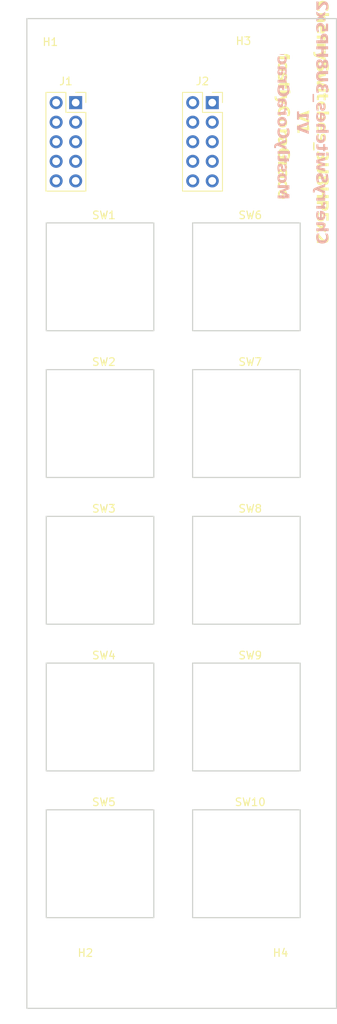
<source format=kicad_pcb>
(kicad_pcb (version 20240108) (generator "pcbnew") (generator_version "8.0")
  (layers (0 "F.Cu" signal) (31 "B.Cu" signal) (34 "B.Paste" user) (35 "F.Paste" user) (36 "B.SilkS" user "B.Silkscreen") (37 "F.SilkS" user "F.Silkscreen") (38 "B.Mask" user) (39 "F.Mask" user) (44 "Edge.Cuts" user))
  (net 0 "")
  (footprint "EXC:SW_Cherry_MX_1.00u_Mount" (layer "F.Cu") (at 9.52498 55)
    (property "Reference" "SW2" (at 0.5 -8 0) (layer "F.SilkS"))
    (property "Value" "SW_SPST")
    (fp_rect (start -7 -7) (end 7 7) (stroke (width 0.15)) (fill none) (layer "Edge.Cuts"))
  )
  (footprint "Connector_PinSocket_2.54mm:PinSocket_2x05_P2.54mm_Vertical" (layer "F.Cu") (at 24.13 13.335)
    (property "Reference" "J2" (at -1.27 -2.77 0) (layer "F.SilkS"))
    (property "Value" "Conn_02x05_Odd_Even")
    (fp_line (start -3.87 -1.33) (end -3.87 11.49) (stroke (width 0.12)) (layer "F.SilkS"))
    (fp_line (start -3.87 -1.33) (end -1.27 -1.33) (stroke (width 0.12)) (layer "F.SilkS"))
    (fp_line (start -3.87 11.49) (end 1.33 11.49) (stroke (width 0.12)) (layer "F.SilkS"))
    (fp_line (start -1.27 -1.33) (end -1.27 1.27) (stroke (width 0.12)) (layer "F.SilkS"))
    (fp_line (start -1.27 1.27) (end 1.33 1.27) (stroke (width 0.12)) (layer "F.SilkS"))
    (fp_line (start 0 -1.33) (end 1.33 -1.33) (stroke (width 0.12)) (layer "F.SilkS"))
    (fp_line (start 1.33 -1.33) (end 1.33 0) (stroke (width 0.12)) (layer "F.SilkS"))
    (fp_line (start 1.33 1.27) (end 1.33 11.49) (stroke (width 0.12)) (layer "F.SilkS"))
    (pad "1" thru_hole rect (at 0 0) (size 1.7 1.7) (drill 1) (layers "*.Cu" "*.Mask"))
    (pad "2" thru_hole oval (at -2.54 0) (size 1.7 1.7) (drill 1) (layers "*.Cu" "*.Mask"))
    (pad "3" thru_hole oval (at 0 2.54) (size 1.7 1.7) (drill 1) (layers "*.Cu" "*.Mask"))
    (pad "4" thru_hole oval (at -2.54 2.54) (size 1.7 1.7) (drill 1) (layers "*.Cu" "*.Mask"))
    (pad "5" thru_hole oval (at 0 5.08) (size 1.7 1.7) (drill 1) (layers "*.Cu" "*.Mask"))
    (pad "6" thru_hole oval (at -2.54 5.08) (size 1.7 1.7) (drill 1) (layers "*.Cu" "*.Mask"))
    (pad "7" thru_hole oval (at 0 7.62) (size 1.7 1.7) (drill 1) (layers "*.Cu" "*.Mask"))
    (pad "8" thru_hole oval (at -2.54 7.62) (size 1.7 1.7) (drill 1) (layers "*.Cu" "*.Mask"))
    (pad "9" thru_hole oval (at 0 10.16) (size 1.7 1.7) (drill 1) (layers "*.Cu" "*.Mask"))
    (pad "10" thru_hole oval (at -2.54 10.16) (size 1.7 1.7) (drill 1) (layers "*.Cu" "*.Mask"))
  )
  (footprint "EXC:SW_Cherry_MX_1.00u_Mount" (layer "F.Cu") (at 28.575 35.95)
    (property "Reference" "SW6" (at 0.5 -8 0) (layer "F.SilkS"))
    (property "Value" "SW_SPST")
    (fp_rect (start -7 -7) (end 7 7) (stroke (width 0.15)) (fill none) (layer "Edge.Cuts"))
  )
  (footprint "EXC:SW_Cherry_MX_1.00u_Mount" (layer "F.Cu") (at 28.575 112.15)
    (property "Reference" "SW10" (at 0.5 -8 0) (layer "F.SilkS"))
    (property "Value" "SW_SPST")
    (fp_rect (start -7 -7) (end 7 7) (stroke (width 0.15)) (fill none) (layer "Edge.Cuts"))
  )
  (footprint "EXC:SW_Cherry_MX_1.00u_Mount" (layer "F.Cu") (at 28.575 93.1)
    (property "Reference" "SW9" (at 0.5 -8 0) (layer "F.SilkS"))
    (property "Value" "SW_SPST")
    (fp_rect (start -7 -7) (end 7 7) (stroke (width 0.15)) (fill none) (layer "Edge.Cuts"))
  )
  (footprint "EXC:SW_Cherry_MX_1.00u_Mount" (layer "F.Cu") (at 9.52498 112.15)
    (property "Reference" "SW5" (at 0.5 -8 0) (layer "F.SilkS"))
    (property "Value" "SW_SPST")
    (fp_rect (start -7 -7) (end 7 7) (stroke (width 0.15)) (fill none) (layer "Edge.Cuts"))
  )
  (footprint "EXC:SW_Cherry_MX_1.00u_Mount" (layer "F.Cu") (at 28.575 55)
    (property "Reference" "SW7" (at 0.5 -8 0) (layer "F.SilkS"))
    (property "Value" "SW_SPST")
    (fp_rect (start -7 -7) (end 7 7) (stroke (width 0.15)) (fill none) (layer "Edge.Cuts"))
  )
  (footprint "MountingHole:MountingHole_3.2mm_M3" (layer "F.Cu") (at 7.61962 127.925)
    (property "Reference" "H2" (at 0 -4.2 0) (layer "F.SilkS"))
    (property "Value" "MountingHole")
    (pad "" np_thru_hole oval (at 0 0) (size 4.8 3.2) (drill oval 4.8 3.2) (layers "F&B.Cu" "*.Mask"))
  )
  (footprint "Connector_PinSocket_2.54mm:PinSocket_2x05_P2.54mm_Vertical" (layer "F.Cu") (at 6.35 13.335)
    (property "Reference" "J1" (at -1.27 -2.77 0) (layer "F.SilkS"))
    (property "Value" "Conn_02x05_Odd_Even")
    (fp_line (start -3.87 -1.33) (end -3.87 11.49) (stroke (width 0.12)) (layer "F.SilkS"))
    (fp_line (start -3.87 -1.33) (end -1.27 -1.33) (stroke (width 0.12)) (layer "F.SilkS"))
    (fp_line (start -3.87 11.49) (end 1.33 11.49) (stroke (width 0.12)) (layer "F.SilkS"))
    (fp_line (start -1.27 -1.33) (end -1.27 1.27) (stroke (width 0.12)) (layer "F.SilkS"))
    (fp_line (start -1.27 1.27) (end 1.33 1.27) (stroke (width 0.12)) (layer "F.SilkS"))
    (fp_line (start 0 -1.33) (end 1.33 -1.33) (stroke (width 0.12)) (layer "F.SilkS"))
    (fp_line (start 1.33 -1.33) (end 1.33 0) (stroke (width 0.12)) (layer "F.SilkS"))
    (fp_line (start 1.33 1.27) (end 1.33 11.49) (stroke (width 0.12)) (layer "F.SilkS"))
    (pad "1" thru_hole rect (at 0 0) (size 1.7 1.7) (drill 1) (layers "*.Cu" "*.Mask"))
    (pad "2" thru_hole oval (at -2.54 0) (size 1.7 1.7) (drill 1) (layers "*.Cu" "*.Mask"))
    (pad "3" thru_hole oval (at 0 2.54) (size 1.7 1.7) (drill 1) (layers "*.Cu" "*.Mask"))
    (pad "4" thru_hole oval (at -2.54 2.54) (size 1.7 1.7) (drill 1) (layers "*.Cu" "*.Mask"))
    (pad "5" thru_hole oval (at 0 5.08) (size 1.7 1.7) (drill 1) (layers "*.Cu" "*.Mask"))
    (pad "6" thru_hole oval (at -2.54 5.08) (size 1.7 1.7) (drill 1) (layers "*.Cu" "*.Mask"))
    (pad "7" thru_hole oval (at 0 7.62) (size 1.7 1.7) (drill 1) (layers "*.Cu" "*.Mask"))
    (pad "8" thru_hole oval (at -2.54 7.62) (size 1.7 1.7) (drill 1) (layers "*.Cu" "*.Mask"))
    (pad "9" thru_hole oval (at 0 10.16) (size 1.7 1.7) (drill 1) (layers "*.Cu" "*.Mask"))
    (pad "10" thru_hole oval (at -2.54 10.16) (size 1.7 1.7) (drill 1) (layers "*.Cu" "*.Mask"))
  )
  (footprint "EXC:SW_Cherry_MX_1.00u_Mount" (layer "F.Cu") (at 9.52498 74.05)
    (property "Reference" "SW3" (at 0.5 -8 0) (layer "F.SilkS"))
    (property "Value" "SW_SPST")
    (fp_rect (start -7 -7) (end 7 7) (stroke (width 0.15)) (fill none) (layer "Edge.Cuts"))
  )
  (footprint "EXC:SW_Cherry_MX_1.00u_Mount" (layer "F.Cu") (at 9.52498 93.1)
    (property "Reference" "SW4" (at 0.5 -8 0) (layer "F.SilkS"))
    (property "Value" "SW_SPST")
    (fp_rect (start -7 -7) (end 7 7) (stroke (width 0.15)) (fill none) (layer "Edge.Cuts"))
  )
  (footprint "EXC:SW_Cherry_MX_1.00u_Mount" (layer "F.Cu") (at 9.52498 35.95)
    (property "Reference" "SW1" (at 0.5 -8 0) (layer "F.SilkS"))
    (property "Value" "SW_SPST")
    (fp_rect (start -7 -7) (end 7 7) (stroke (width 0.15)) (fill none) (layer "Edge.Cuts"))
  )
  (footprint "MountingHole:MountingHole_3.2mm_M3" (layer "F.Cu") (at 33.0196 5.425)
    (property "Reference" "H3" (at -4.8256 -0.091 0) (layer "F.SilkS"))
    (property "Value" "MountingHole")
    (pad "" np_thru_hole oval (at 0 0) (size 4.8 3.2) (drill oval 4.8 3.2) (layers "F&B.Cu" "*.Mask"))
  )
  (footprint "MountingHole:MountingHole_3.2mm_M3" (layer "F.Cu") (at 7.61962 5.425)
    (property "Reference" "H1" (at -4.57162 0.036 0) (layer "F.SilkS"))
    (property "Value" "MountingHole")
    (pad "" np_thru_hole oval (at 0 0) (size 4.8 3.2) (drill oval 4.8 3.2) (layers "F&B.Cu" "*.Mask"))
  )
  (footprint "MountingHole:MountingHole_3.2mm_M3" (layer "F.Cu") (at 33.0196 127.925)
    (property "Reference" "H4" (at 0 -4.2 0) (layer "F.SilkS"))
    (property "Value" "MountingHole")
    (pad "" np_thru_hole oval (at 0 0) (size 4.8 3.2) (drill oval 4.8 3.2) (layers "F&B.Cu" "*.Mask"))
  )
  (footprint "EXC:SW_Cherry_MX_1.00u_Mount" (layer "F.Cu") (at 28.575 74.05)
    (property "Reference" "SW8" (at 0.5 -8 0) (layer "F.SilkS"))
    (property "Value" "SW_SPST")
    (fp_rect (start -7 -7) (end 7 7) (stroke (width 0.15)) (fill none) (layer "Edge.Cuts"))
  )
  (gr_rect (start 0 2.425) (end 40.3 130.925) (stroke (width 0.15)) (fill none) (layer "Edge.Cuts"))
  (gr_text "CherrySwitches_3U8HP5x2\nV1\nMostlyCoraGrace" (at 32.385 15.875 270) (layer "B.SilkS") (effects (font (size 1.5 1.5) (thickness 0.3) (bold yes)) (justify bottom mirror)))
  (gr_text "CherrySwitches_3U8HP5x2\nV1\nMostlyCoraGrace" (at 39.243 15.875 270) (layer "F.SilkS") (effects (font (size 1.5 1.5) (thickness 0.3) (bold yes)) (justify top)))
)
</source>
